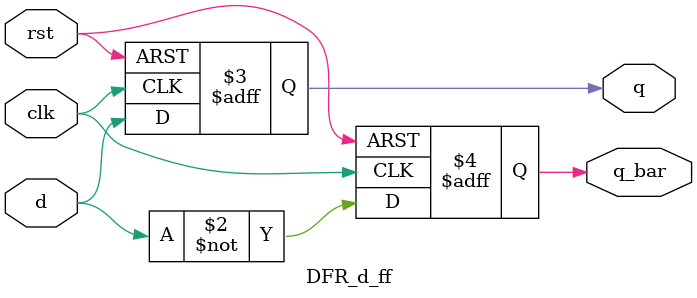
<source format=v>
module DFR_d_ff(
				input clk,
				input rst,
				input d,
				output reg q,
				output reg q_bar
				);

always @(posedge clk or posedge rst)
begin
	if(rst)
	begin
		q <= 0;
		q_bar <= 1;  	
	end
	else
	begin
		q <= d;
		q_bar <= ~d;
	end
end

endmodule
</source>
